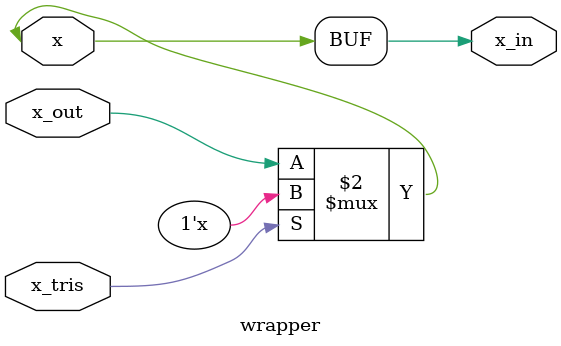
<source format=v>
`timescale 1ns/1ps
module wrapper(
  x_in,
  x_out,
  x_tris,
  x
  );

  output x_in;
  input x_out,x_tris;
  inout x;

  assign x_in = x;

  assign x = (!x_tris)? x_out : 1'bz;

endmodule

</source>
